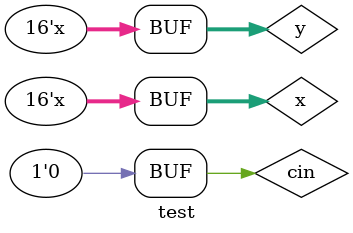
<source format=v>
`timescale 1ns / 1ns
`include "adder16.v"

module test;
  reg [15:0] x, y;
  reg cin;
  wire [15:0] sum;
  wire cout;

  adder16 adder16a(x, y, cin, sum, cout);

  always begin
    #10 x = x + 100;
  end
  
  always begin
    #5 y = y + 300;
  end

  initial begin
    x = 0; y = 0; cin = 0;
  end

endmodule

</source>
